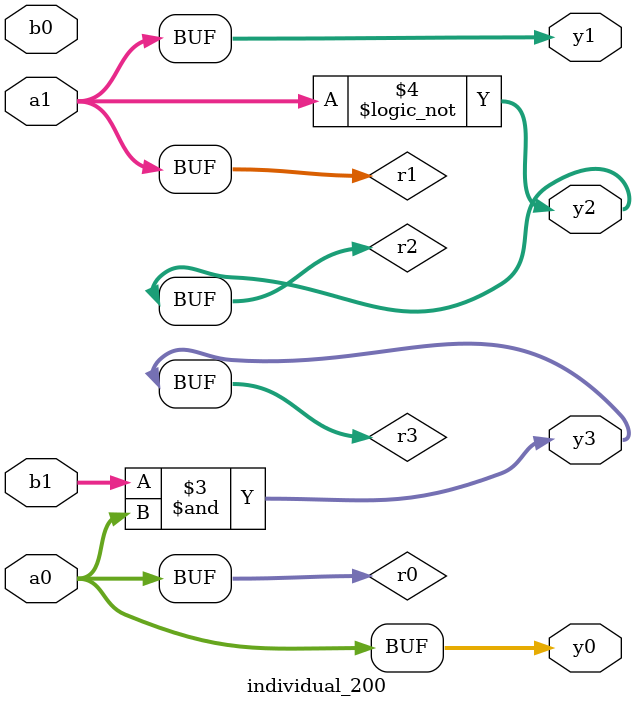
<source format=sv>
module individual_200(input logic [15:0] a1, input logic [15:0] a0, input logic [15:0] b1, input logic [15:0] b0, output logic [15:0] y3, output logic [15:0] y2, output logic [15:0] y1, output logic [15:0] y0);
logic [15:0] r0, r1, r2, r3; 
 always@(*) begin 
	 r0 = a0; r1 = a1; r2 = b0; r3 = b1; 
 	 r2  |=  a0 ;
 	 r3  &=  r0 ;
 	 r2 = ! a1 ;
 	 y3 = r3; y2 = r2; y1 = r1; y0 = r0; 
end
endmodule
</source>
